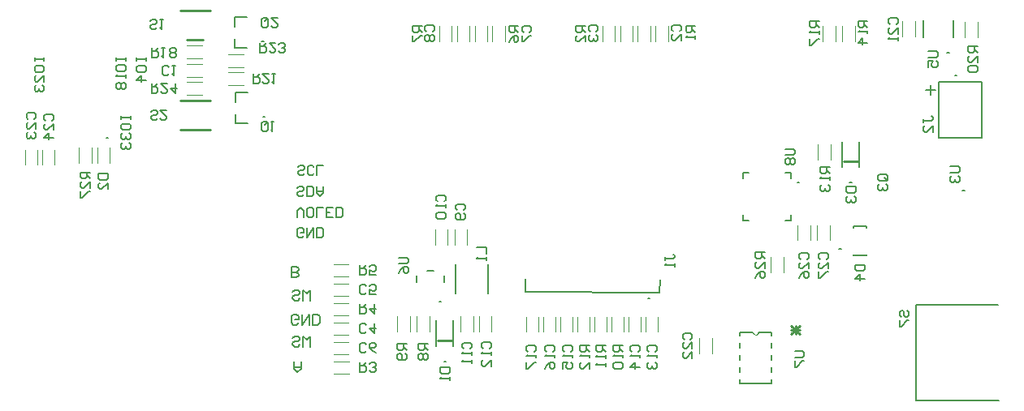
<source format=gbo>
G04*
G04 #@! TF.GenerationSoftware,Altium Limited,Altium Designer,21.9.2 (33)*
G04*
G04 Layer_Color=32896*
%FSLAX25Y25*%
%MOIN*%
G70*
G04*
G04 #@! TF.SameCoordinates,7D1BAC6E-B471-4F52-9471-A17197207182*
G04*
G04*
G04 #@! TF.FilePolarity,Positive*
G04*
G01*
G75*
%ADD10C,0.00787*%
%ADD11C,0.00394*%
%ADD12C,0.00500*%
%ADD13C,0.00591*%
%ADD14C,0.00606*%
%ADD15C,0.01000*%
%ADD91C,0.00472*%
%ADD92C,0.00600*%
D10*
X409449Y129724D02*
X408661D01*
X409449D01*
X326387Y82006D02*
X325844D01*
X326387D01*
X449409Y182874D02*
X448622D01*
X449409D01*
X452559Y173622D02*
X451772D01*
X452559D01*
X455736Y126150D02*
X454949D01*
X455736D01*
X405031Y102236D02*
X404244D01*
X405031D01*
X387992Y129724D02*
X387205D01*
X387992D01*
X104262Y147878D02*
X103475D01*
X104262D01*
X168017Y187637D02*
X167230D01*
X168017D01*
X168517Y156637D02*
X167730D01*
X168517D01*
X240975Y80517D02*
X240188D01*
X240975D01*
X242841Y56088D02*
X242054D01*
X242841D01*
D11*
X455866Y189370D02*
Y195669D01*
X461063Y189370D02*
Y195669D01*
X400827Y138976D02*
Y145276D01*
X395630Y138976D02*
Y145276D01*
X430276Y189764D02*
Y196063D01*
X435472Y189764D02*
Y196063D01*
X254685Y187795D02*
Y194095D01*
X259882Y187795D02*
Y194095D01*
X328898Y187795D02*
Y194095D01*
X334095Y187795D02*
Y194095D01*
X307047Y187795D02*
Y194095D01*
X312244Y187795D02*
Y194095D01*
X319528Y187795D02*
Y194095D01*
X314331Y187795D02*
Y194095D01*
X326811Y187795D02*
Y194095D01*
X321614Y187795D02*
Y194095D01*
X346902Y59350D02*
Y65650D01*
X352098Y59350D02*
Y65650D01*
X245315Y187795D02*
Y194095D01*
X240118Y187795D02*
Y194095D01*
X247402Y187795D02*
Y194095D01*
X252598Y187795D02*
Y194095D01*
X261968Y187795D02*
Y194095D01*
X267165Y187795D02*
Y194095D01*
X82323Y136811D02*
Y143110D01*
X77126Y136811D02*
Y143110D01*
X75236Y136811D02*
Y143110D01*
X70039Y136811D02*
Y143110D01*
X397598Y187795D02*
Y194095D01*
X402795Y187795D02*
Y194095D01*
X410669Y187795D02*
Y194095D01*
X405472Y187795D02*
Y194095D01*
X387239Y105801D02*
Y112100D01*
X392436Y105801D02*
Y112100D01*
X395239Y105801D02*
Y112100D01*
X400436Y105801D02*
Y112100D01*
X381339Y92520D02*
Y98819D01*
X376142Y92520D02*
Y98819D01*
X97480Y137598D02*
Y143898D01*
X92283Y137598D02*
Y143898D01*
X104967Y137729D02*
Y144028D01*
X99770Y137729D02*
Y144028D01*
X153419Y169602D02*
X159718D01*
X153419Y174798D02*
X159718D01*
X153419Y177102D02*
X159718D01*
X153419Y182298D02*
X159718D01*
X136614Y170798D02*
X142913D01*
X136614Y165602D02*
X142913D01*
X136614Y178298D02*
X142913D01*
X136614Y173102D02*
X142913D01*
X136614Y185798D02*
X142913D01*
X136614Y180602D02*
X142913D01*
X243546Y103856D02*
Y110155D01*
X238349Y103856D02*
Y110155D01*
X251546Y103856D02*
Y110155D01*
X246349Y103856D02*
Y110155D01*
X228046Y68356D02*
Y74655D01*
X222849Y68356D02*
Y74655D01*
X230849Y68356D02*
Y74655D01*
X236046Y68356D02*
Y74655D01*
X254046Y68356D02*
Y74655D01*
X248849Y68356D02*
Y74655D01*
X261546Y68356D02*
Y74655D01*
X256349Y68356D02*
Y74655D01*
X196721Y56098D02*
X203020D01*
X196721Y50902D02*
X203020D01*
X196669Y64098D02*
X202969D01*
X196669Y58902D02*
X202969D01*
X196669Y72098D02*
X202969D01*
X196669Y66902D02*
X202969D01*
X196669Y88098D02*
X202969D01*
X196669Y82902D02*
X202969D01*
X196669Y74902D02*
X202969D01*
X196669Y80098D02*
X202969D01*
X196669Y96098D02*
X202969D01*
X196669Y90902D02*
X202969D01*
X275789Y68159D02*
Y74458D01*
X280985Y68159D02*
Y74458D01*
X282789Y68159D02*
Y74458D01*
X287985Y68159D02*
Y74458D01*
X289789Y68159D02*
Y74458D01*
X294985Y68159D02*
Y74458D01*
X301985Y68159D02*
Y74458D01*
X296789Y68159D02*
Y74458D01*
X303789Y68159D02*
Y74458D01*
X308985Y68159D02*
Y74458D01*
X310789Y68159D02*
Y74458D01*
X315985Y68159D02*
Y74458D01*
X317789Y68159D02*
Y74458D01*
X322985Y68159D02*
Y74458D01*
X324789Y68159D02*
Y74458D01*
X329985Y68159D02*
Y74458D01*
D12*
X412598Y135827D02*
Y146457D01*
X405512Y135827D02*
Y146457D01*
X275535Y84513D02*
X330655Y84407D01*
X275535Y84513D02*
X275556Y90006D01*
X330655Y84407D02*
X330675Y89506D01*
X451260Y189252D02*
Y196181D01*
X438898Y189252D02*
Y196181D01*
X445276Y147835D02*
X462992D01*
X445276D02*
Y171063D01*
X462992D01*
Y147835D02*
Y171063D01*
X435802Y39909D02*
X469987D01*
X435802Y79280D02*
X469487D01*
X435802Y39909D02*
Y79280D01*
X410150Y111083D02*
Y111476D01*
X415661Y111083D02*
Y111476D01*
X410150Y99508D02*
Y99902D01*
X415661Y99508D02*
Y99902D01*
X410150Y111476D02*
X415661D01*
X410150Y99508D02*
X415661D01*
X384449Y113976D02*
Y116339D01*
X382087Y113976D02*
X384449D01*
X364764D02*
X367126D01*
X364764D02*
Y116339D01*
Y131299D02*
Y133661D01*
X367126D01*
X382087D02*
X384449D01*
Y131299D02*
Y133661D01*
X156009Y197539D02*
X161128D01*
X156009Y193759D02*
Y197539D01*
Y184861D02*
Y188641D01*
Y184861D02*
X161128D01*
X156509Y166539D02*
X161628D01*
X156509Y162759D02*
Y166539D01*
Y153861D02*
Y157641D01*
Y153861D02*
X161628D01*
X242156Y88706D02*
Y91305D01*
X235128Y93155D02*
X237766D01*
X230739Y88706D02*
Y91305D01*
X246873Y84100D02*
Y95911D01*
X260022Y84100D02*
Y95911D01*
X238904Y62191D02*
Y72821D01*
X245991Y62191D02*
Y72821D01*
D13*
X180461Y55910D02*
Y53023D01*
X181904Y51580D01*
X183347Y53023D01*
Y55910D01*
Y53745D01*
X180461D01*
X182847Y62802D02*
X182125Y62080D01*
X180682D01*
X179961Y62802D01*
Y63523D01*
X180682Y64245D01*
X182125D01*
X182847Y64966D01*
Y65688D01*
X182125Y66410D01*
X180682D01*
X179961Y65688D01*
X184290Y62080D02*
Y66410D01*
X185733Y64966D01*
X187176Y66410D01*
Y62080D01*
X182347Y71802D02*
X181625Y71080D01*
X180182D01*
X179461Y71802D01*
Y74688D01*
X180182Y75409D01*
X181625D01*
X182347Y74688D01*
Y73245D01*
X180904D01*
X183790Y75409D02*
Y71080D01*
X186676Y75409D01*
Y71080D01*
X188119D02*
Y75409D01*
X190284D01*
X191005Y74688D01*
Y71802D01*
X190284Y71080D01*
X188119D01*
X182847Y81801D02*
X182125Y81080D01*
X180682D01*
X179961Y81801D01*
Y82523D01*
X180682Y83245D01*
X182125D01*
X182847Y83966D01*
Y84688D01*
X182125Y85409D01*
X180682D01*
X179961Y84688D01*
X184290Y81080D02*
Y85409D01*
X185733Y83966D01*
X187176Y85409D01*
Y81080D01*
X179461Y90580D02*
Y94909D01*
X181625D01*
X182347Y94188D01*
Y93466D01*
X181625Y92745D01*
X179461D01*
X181625D01*
X182347Y92023D01*
Y91302D01*
X181625Y90580D01*
X179461D01*
D14*
X439976Y167732D02*
X443912D01*
X441944Y169700D02*
Y165764D01*
X407087Y127886D02*
X411023D01*
Y125918D01*
X410367Y125262D01*
X407743D01*
X407087Y125918D01*
Y127886D01*
X407743Y123950D02*
X407087Y123294D01*
Y121983D01*
X407743Y121326D01*
X408399D01*
X409055Y121983D01*
Y122638D01*
Y121983D01*
X409711Y121326D01*
X410367D01*
X411023Y121983D01*
Y123294D01*
X410367Y123950D01*
X438780Y154199D02*
Y155511D01*
Y154855D01*
X442060D01*
X442716Y155511D01*
Y156167D01*
X442060Y156823D01*
X442716Y150264D02*
Y152887D01*
X440092Y150264D01*
X439436D01*
X438780Y150919D01*
Y152231D01*
X439436Y152887D01*
X461220Y185563D02*
X457284D01*
Y183595D01*
X457940Y182939D01*
X459252D01*
X459908Y183595D01*
Y185563D01*
Y184251D02*
X461220Y182939D01*
Y179003D02*
Y181627D01*
X458596Y179003D01*
X457940D01*
X457284Y179659D01*
Y180971D01*
X457940Y181627D01*
Y177691D02*
X457284Y177035D01*
Y175723D01*
X457940Y175067D01*
X460564D01*
X461220Y175723D01*
Y177035D01*
X460564Y177691D01*
X457940D01*
X423359Y130183D02*
X420735D01*
X420079Y130840D01*
Y132151D01*
X420735Y132807D01*
X423359D01*
X424015Y132151D01*
Y130840D01*
X422703Y131495D02*
X424015Y130183D01*
Y130840D02*
X423359Y130183D01*
X420735Y128872D02*
X420079Y128216D01*
Y126904D01*
X420735Y126248D01*
X421391D01*
X422047Y126904D01*
Y127560D01*
Y126904D01*
X422703Y126248D01*
X423359D01*
X424015Y126904D01*
Y128216D01*
X423359Y128872D01*
X124344Y155972D02*
X123688Y155316D01*
X122376D01*
X121720Y155972D01*
Y156628D01*
X122376Y157283D01*
X123688D01*
X124344Y157939D01*
Y158595D01*
X123688Y159251D01*
X122376D01*
X121720Y158595D01*
X128280Y159251D02*
X125656D01*
X128280Y156628D01*
Y155972D01*
X127624Y155316D01*
X126312D01*
X125656Y155972D01*
X124264Y193388D02*
X123608Y192732D01*
X122296D01*
X121640Y193388D01*
Y194044D01*
X122296Y194700D01*
X123608D01*
X124264Y195356D01*
Y196012D01*
X123608Y196668D01*
X122296D01*
X121640Y196012D01*
X125576Y196668D02*
X126888D01*
X126232D01*
Y192732D01*
X125576Y193388D01*
X122016Y170168D02*
Y166232D01*
X123984D01*
X124640Y166888D01*
Y168200D01*
X123984Y168856D01*
X122016D01*
X123328D02*
X124640Y170168D01*
X128576D02*
X125952D01*
X128576Y167544D01*
Y166888D01*
X127920Y166232D01*
X126608D01*
X125952Y166888D01*
X131855Y170168D02*
Y166232D01*
X129888Y168200D01*
X132511D01*
X129264Y174388D02*
X128608Y173732D01*
X127296D01*
X126640Y174388D01*
Y177012D01*
X127296Y177668D01*
X128608D01*
X129264Y177012D01*
X130576Y177668D02*
X131888D01*
X131232D01*
Y173732D01*
X130576Y174388D01*
X122246Y185039D02*
Y181103D01*
X124214D01*
X124870Y181759D01*
Y183071D01*
X124214Y183727D01*
X122246D01*
X123558D02*
X124870Y185039D01*
X126181D02*
X127493D01*
X126837D01*
Y181103D01*
X126181Y181759D01*
X129461D02*
X130117Y181103D01*
X131429D01*
X132085Y181759D01*
Y182415D01*
X131429Y183071D01*
X132085Y183727D01*
Y184383D01*
X131429Y185039D01*
X130117D01*
X129461Y184383D01*
Y183727D01*
X130117Y183071D01*
X129461Y182415D01*
Y181759D01*
X130117Y183071D02*
X131429D01*
X169817Y196588D02*
Y193964D01*
X169160Y193308D01*
X167849D01*
X167193Y193964D01*
Y196588D01*
X167849Y197243D01*
X169160D01*
X168505Y195931D02*
X169817Y197243D01*
X169160D02*
X169817Y196588D01*
X173752Y197243D02*
X171128D01*
X173752Y194620D01*
Y193964D01*
X173096Y193308D01*
X171784D01*
X171128Y193964D01*
X169685Y153871D02*
Y151247D01*
X169029Y150591D01*
X167717D01*
X167061Y151247D01*
Y153871D01*
X167717Y154527D01*
X169029D01*
X168373Y153215D02*
X169685Y154527D01*
X169029D02*
X169685Y153871D01*
X170997Y154527D02*
X172309D01*
X171653D01*
Y150591D01*
X170997Y151247D01*
X163715Y174212D02*
Y170276D01*
X165683D01*
X166339Y170932D01*
Y172244D01*
X165683Y172900D01*
X163715D01*
X165027D02*
X166339Y174212D01*
X170275D02*
X167651D01*
X170275Y171588D01*
Y170932D01*
X169619Y170276D01*
X168307D01*
X167651Y170932D01*
X171587Y174212D02*
X172899D01*
X172243D01*
Y170276D01*
X171587Y170932D01*
X166406Y187007D02*
Y183071D01*
X168374D01*
X169030Y183728D01*
Y185039D01*
X168374Y185695D01*
X166406D01*
X167718D02*
X169030Y187007D01*
X172965D02*
X170342D01*
X172965Y184383D01*
Y183728D01*
X172310Y183071D01*
X170998D01*
X170342Y183728D01*
X174277D02*
X174933Y183071D01*
X176245D01*
X176901Y183728D01*
Y184383D01*
X176245Y185039D01*
X175589D01*
X176245D01*
X176901Y185695D01*
Y186351D01*
X176245Y187007D01*
X174933D01*
X174277Y186351D01*
X440945Y183595D02*
X444225D01*
X444881Y182939D01*
Y181627D01*
X444225Y180971D01*
X440945D01*
Y177035D02*
Y179659D01*
X442913D01*
X442257Y178347D01*
Y177691D01*
X442913Y177035D01*
X444225D01*
X444881Y177691D01*
Y179003D01*
X444225Y179659D01*
X400393Y135825D02*
X396457D01*
Y133857D01*
X397113Y133201D01*
X398425D01*
X399081Y133857D01*
Y135825D01*
Y134513D02*
X400393Y133201D01*
Y131889D02*
Y130578D01*
Y131234D01*
X396457D01*
X397113Y131889D01*
Y128610D02*
X396457Y127954D01*
Y126642D01*
X397113Y125986D01*
X397769D01*
X398425Y126642D01*
Y127298D01*
Y126642D01*
X399081Y125986D01*
X399737D01*
X400393Y126642D01*
Y127954D01*
X399737Y128610D01*
X425263Y194684D02*
X424607Y195340D01*
Y196652D01*
X425263Y197308D01*
X427887D01*
X428543Y196652D01*
Y195340D01*
X427887Y194684D01*
X428543Y190749D02*
Y193372D01*
X425919Y190749D01*
X425263D01*
X424607Y191405D01*
Y192717D01*
X425263Y193372D01*
X428543Y189437D02*
Y188125D01*
Y188781D01*
X424607D01*
X425263Y189437D01*
X429675Y74251D02*
X429019Y74906D01*
Y76218D01*
X429675Y76874D01*
X430331D01*
X430987Y76218D01*
Y74906D01*
X431643Y74251D01*
X432299D01*
X432955Y74906D01*
Y76218D01*
X432299Y76874D01*
X429019Y72939D02*
Y70315D01*
X429675D01*
X432299Y72939D01*
X432955D01*
X113400Y157071D02*
Y155759D01*
Y156415D01*
X109465D01*
Y157071D01*
Y155759D01*
X113400Y151823D02*
Y153135D01*
X112744Y153791D01*
X110120D01*
X109465Y153135D01*
Y151823D01*
X110120Y151167D01*
X112744D01*
X113400Y151823D01*
X112744Y149855D02*
X113400Y149199D01*
Y147888D01*
X112744Y147231D01*
X112088D01*
X111432Y147888D01*
Y148543D01*
Y147888D01*
X110776Y147231D01*
X110120D01*
X109465Y147888D01*
Y149199D01*
X110120Y149855D01*
X112744Y145920D02*
X113400Y145264D01*
Y143952D01*
X112744Y143296D01*
X112088D01*
X111432Y143952D01*
Y144608D01*
Y143952D01*
X110776Y143296D01*
X110120D01*
X109465Y143952D01*
Y145264D01*
X110120Y145920D01*
X115734Y180890D02*
Y179578D01*
Y180234D01*
X119669D01*
Y180890D01*
Y179578D01*
X115734Y175642D02*
Y176954D01*
X116390Y177610D01*
X119013D01*
X119669Y176954D01*
Y175642D01*
X119013Y174986D01*
X116390D01*
X115734Y175642D01*
X119669Y171706D02*
X115734D01*
X117701Y173674D01*
Y171050D01*
X107466Y181087D02*
Y179775D01*
Y180431D01*
X111401D01*
Y181087D01*
Y179775D01*
X107466Y175839D02*
Y177151D01*
X108122Y177807D01*
X110746D01*
X111401Y177151D01*
Y175839D01*
X110746Y175183D01*
X108122D01*
X107466Y175839D01*
X111401Y173871D02*
Y172559D01*
Y173215D01*
X107466D01*
X108122Y173871D01*
Y170591D02*
X107466Y169935D01*
Y168623D01*
X108122Y167967D01*
X108778D01*
X109434Y168623D01*
X110090Y167967D01*
X110746D01*
X111401Y168623D01*
Y169935D01*
X110746Y170591D01*
X110090D01*
X109434Y169935D01*
X108778Y170591D01*
X108122D01*
X109434Y169935D02*
Y168623D01*
X74001Y180890D02*
Y179578D01*
Y180234D01*
X77937D01*
Y180890D01*
Y179578D01*
X74001Y175642D02*
Y176954D01*
X74657Y177610D01*
X77281D01*
X77937Y176954D01*
Y175642D01*
X77281Y174986D01*
X74657D01*
X74001Y175642D01*
X77937Y171050D02*
Y173674D01*
X75313Y171050D01*
X74657D01*
X74001Y171706D01*
Y173018D01*
X74657Y173674D01*
Y169738D02*
X74001Y169082D01*
Y167771D01*
X74657Y167115D01*
X75313D01*
X75969Y167771D01*
Y168427D01*
Y167771D01*
X76625Y167115D01*
X77281D01*
X77937Y167771D01*
Y169082D01*
X77281Y169738D01*
X184726Y133319D02*
X184070Y132663D01*
X182758D01*
X182102Y133319D01*
Y133975D01*
X182758Y134631D01*
X184070D01*
X184726Y135286D01*
Y135942D01*
X184070Y136598D01*
X182758D01*
X182102Y135942D01*
X188662Y133319D02*
X188006Y132663D01*
X186694D01*
X186038Y133319D01*
Y135942D01*
X186694Y136598D01*
X188006D01*
X188662Y135942D01*
X189974Y132663D02*
Y136598D01*
X192598D01*
X184600Y124614D02*
X183944Y123958D01*
X182632D01*
X181976Y124614D01*
Y125270D01*
X182632Y125926D01*
X183944D01*
X184600Y126582D01*
Y127238D01*
X183944Y127894D01*
X182632D01*
X181976Y127238D01*
X185912Y123958D02*
Y127894D01*
X187880D01*
X188536Y127238D01*
Y124614D01*
X187880Y123958D01*
X185912D01*
X189848Y127894D02*
Y125270D01*
X191160Y123958D01*
X192472Y125270D01*
Y127894D01*
Y125926D01*
X189848D01*
X181976Y115458D02*
Y118082D01*
X183288Y119394D01*
X184600Y118082D01*
Y115458D01*
X187880D02*
X186568D01*
X185912Y116114D01*
Y118738D01*
X186568Y119394D01*
X187880D01*
X188536Y118738D01*
Y116114D01*
X187880Y115458D01*
X189848D02*
Y119394D01*
X192472D01*
X196407Y115458D02*
X193784D01*
Y119394D01*
X196407D01*
X193784Y117426D02*
X195096D01*
X197719Y115458D02*
Y119394D01*
X199687D01*
X200343Y118738D01*
Y116114D01*
X199687Y115458D01*
X197719D01*
X184600Y107614D02*
X183944Y106958D01*
X182632D01*
X181976Y107614D01*
Y110238D01*
X182632Y110894D01*
X183944D01*
X184600Y110238D01*
Y108926D01*
X183288D01*
X185912Y110894D02*
Y106958D01*
X188536Y110894D01*
Y106958D01*
X189848D02*
Y110894D01*
X191816D01*
X192472Y110238D01*
Y107614D01*
X191816Y106958D01*
X189848D01*
X386032Y60280D02*
X389312D01*
X389968Y59624D01*
Y58312D01*
X389312Y57656D01*
X386032D01*
Y56344D02*
Y53720D01*
X386688D01*
X389312Y56344D01*
X389968D01*
X340688Y65124D02*
X340032Y65780D01*
Y67092D01*
X340688Y67748D01*
X343312D01*
X343968Y67092D01*
Y65780D01*
X343312Y65124D01*
X343968Y61188D02*
Y63812D01*
X341344Y61188D01*
X340688D01*
X340032Y61844D01*
Y63156D01*
X340688Y63812D01*
X343968Y57252D02*
Y59876D01*
X341344Y57252D01*
X340688D01*
X340032Y57908D01*
Y59220D01*
X340688Y59876D01*
X223480Y98785D02*
X226759D01*
X227415Y98129D01*
Y96817D01*
X226759Y96162D01*
X223480D01*
Y92226D02*
X224135Y93538D01*
X225447Y94850D01*
X226759D01*
X227415Y94194D01*
Y92882D01*
X226759Y92226D01*
X226103D01*
X225447Y92882D01*
Y94850D01*
X382087Y143437D02*
X385367D01*
X386023Y142781D01*
Y141469D01*
X385367Y140813D01*
X382087D01*
X382743Y139502D02*
X382087Y138846D01*
Y137534D01*
X382743Y136878D01*
X383399D01*
X384055Y137534D01*
X384711Y136878D01*
X385367D01*
X386023Y137534D01*
Y138846D01*
X385367Y139502D01*
X384711D01*
X384055Y138846D01*
X383399Y139502D01*
X382743D01*
X384055Y138846D02*
Y137534D01*
X449902Y136311D02*
X453182D01*
X453838Y135655D01*
Y134343D01*
X453182Y133687D01*
X449902D01*
X450558Y132376D02*
X449902Y131720D01*
Y130408D01*
X450558Y129752D01*
X451214D01*
X451870Y130408D01*
Y131064D01*
Y130408D01*
X452526Y129752D01*
X453182D01*
X453838Y130408D01*
Y131720D01*
X453182Y132376D01*
X96850Y133791D02*
X92914D01*
Y131823D01*
X93570Y131167D01*
X94882D01*
X95538Y131823D01*
Y133791D01*
Y132479D02*
X96850Y131167D01*
Y127231D02*
Y129855D01*
X94226Y127231D01*
X93570D01*
X92914Y127887D01*
Y129199D01*
X93570Y129855D01*
X92914Y125919D02*
Y123296D01*
X93570D01*
X96194Y125919D01*
X96850D01*
X373838Y100917D02*
X369902D01*
Y98949D01*
X370558Y98293D01*
X371870D01*
X372526Y98949D01*
Y100917D01*
Y99605D02*
X373838Y98293D01*
Y94357D02*
Y96981D01*
X371214Y94357D01*
X370558D01*
X369902Y95013D01*
Y96325D01*
X370558Y96981D01*
X369902Y90422D02*
X370558Y91733D01*
X371870Y93046D01*
X373182D01*
X373838Y92390D01*
Y91078D01*
X373182Y90422D01*
X372526D01*
X371870Y91078D01*
Y93046D01*
X396259Y195865D02*
X392323D01*
Y193897D01*
X392979Y193241D01*
X394291D01*
X394947Y193897D01*
Y195865D01*
Y194553D02*
X396259Y193241D01*
Y191929D02*
Y190617D01*
Y191273D01*
X392323D01*
X392979Y191929D01*
X392323Y188649D02*
Y186025D01*
X392979D01*
X395603Y188649D01*
X396259D01*
X415944Y196061D02*
X412008D01*
Y194094D01*
X412665Y193438D01*
X413976D01*
X414632Y194094D01*
Y196061D01*
Y194749D02*
X415944Y193438D01*
Y192126D02*
Y190814D01*
Y191470D01*
X412008D01*
X412665Y192126D01*
X415944Y186878D02*
X412008D01*
X413976Y188846D01*
Y186222D01*
X301855Y62728D02*
X297919D01*
Y60760D01*
X298575Y60105D01*
X299887D01*
X300543Y60760D01*
Y62728D01*
Y61417D02*
X301855Y60105D01*
Y58793D02*
Y57481D01*
Y58137D01*
X297919D01*
X298575Y58793D01*
X301855Y52889D02*
Y55513D01*
X299231Y52889D01*
X298575D01*
X297919Y53545D01*
Y54857D01*
X298575Y55513D01*
X308355Y62572D02*
X304419D01*
Y60605D01*
X305075Y59949D01*
X306387D01*
X307043Y60605D01*
Y62572D01*
Y61260D02*
X308355Y59949D01*
Y58637D02*
Y57325D01*
Y57981D01*
X304419D01*
X305075Y58637D01*
X308355Y55357D02*
Y54045D01*
Y54701D01*
X304419D01*
X305075Y55357D01*
X315355Y62728D02*
X311419D01*
Y60760D01*
X312075Y60105D01*
X313387D01*
X314043Y60760D01*
Y62728D01*
Y61417D02*
X315355Y60105D01*
Y58793D02*
Y57481D01*
Y58137D01*
X311419D01*
X312075Y58793D01*
Y55513D02*
X311419Y54857D01*
Y53545D01*
X312075Y52889D01*
X314699D01*
X315355Y53545D01*
Y54857D01*
X314699Y55513D01*
X312075D01*
X226915Y63285D02*
X222979D01*
Y61317D01*
X223636Y60662D01*
X224947D01*
X225603Y61317D01*
Y63285D01*
Y61973D02*
X226915Y60662D01*
X226259Y59350D02*
X226915Y58694D01*
Y57382D01*
X226259Y56726D01*
X223636D01*
X222979Y57382D01*
Y58694D01*
X223636Y59350D01*
X224291D01*
X224947Y58694D01*
Y56726D01*
X235415Y63285D02*
X231480D01*
Y61317D01*
X232136Y60662D01*
X233447D01*
X234103Y61317D01*
Y63285D01*
Y61973D02*
X235415Y60662D01*
X232136Y59350D02*
X231480Y58694D01*
Y57382D01*
X232136Y56726D01*
X232791D01*
X233447Y57382D01*
X234103Y56726D01*
X234759D01*
X235415Y57382D01*
Y58694D01*
X234759Y59350D01*
X234103D01*
X233447Y58694D01*
X232791Y59350D01*
X232136D01*
X233447Y58694D02*
Y57382D01*
X233070Y194028D02*
X229134D01*
Y192060D01*
X229790Y191404D01*
X231102D01*
X231758Y192060D01*
Y194028D01*
Y192716D02*
X233070Y191404D01*
X229134Y190092D02*
Y187468D01*
X229790D01*
X232414Y190092D01*
X233070D01*
X272637Y193831D02*
X268701D01*
Y191863D01*
X269357Y191207D01*
X270669D01*
X271325Y191863D01*
Y193831D01*
Y192519D02*
X272637Y191207D01*
X268701Y187271D02*
X269357Y188583D01*
X270669Y189895D01*
X271981D01*
X272637Y189239D01*
Y187927D01*
X271981Y187271D01*
X271325D01*
X270669Y187927D01*
Y189895D01*
X207590Y95468D02*
Y91532D01*
X209558D01*
X210214Y92188D01*
Y93500D01*
X209558Y94156D01*
X207590D01*
X208902D02*
X210214Y95468D01*
X214150Y91532D02*
X211526D01*
Y93500D01*
X212838Y92844D01*
X213494D01*
X214150Y93500D01*
Y94812D01*
X213494Y95468D01*
X212182D01*
X211526Y94812D01*
X207590Y79468D02*
Y75532D01*
X209558D01*
X210214Y76188D01*
Y77500D01*
X209558Y78156D01*
X207590D01*
X208902D02*
X210214Y79468D01*
X213494D02*
Y75532D01*
X211526Y77500D01*
X214150D01*
X207590Y55468D02*
Y51532D01*
X209558D01*
X210214Y52188D01*
Y53500D01*
X209558Y54156D01*
X207590D01*
X208902D02*
X210214Y55468D01*
X211526Y52188D02*
X212182Y51532D01*
X213494D01*
X214150Y52188D01*
Y52844D01*
X213494Y53500D01*
X212838D01*
X213494D01*
X214150Y54156D01*
Y54812D01*
X213494Y55468D01*
X212182D01*
X211526Y54812D01*
X299999Y194028D02*
X296064D01*
Y192060D01*
X296720Y191404D01*
X298031D01*
X298687Y192060D01*
Y194028D01*
Y192716D02*
X299999Y191404D01*
Y187468D02*
Y190092D01*
X297375Y187468D01*
X296720D01*
X296064Y188124D01*
Y189436D01*
X296720Y190092D01*
X345275Y193962D02*
X341339D01*
Y191995D01*
X341995Y191339D01*
X343307D01*
X343963Y191995D01*
Y193962D01*
Y192650D02*
X345275Y191339D01*
Y190027D02*
Y188715D01*
Y189371D01*
X341339D01*
X341995Y190027D01*
X255512Y103017D02*
X259448D01*
Y100394D01*
Y99082D02*
Y97770D01*
Y98426D01*
X255512D01*
X256168Y99082D01*
X332775Y97500D02*
Y98812D01*
Y98156D01*
X336055D01*
X336711Y98812D01*
Y99468D01*
X336055Y100124D01*
X336711Y96188D02*
Y94876D01*
Y95532D01*
X332775D01*
X333431Y96188D01*
X410902Y95780D02*
X414838D01*
Y93812D01*
X414182Y93156D01*
X411558D01*
X410902Y93812D01*
Y95780D01*
X414838Y89876D02*
X410902D01*
X412870Y91844D01*
Y89220D01*
X100198Y133398D02*
X104133D01*
Y131430D01*
X103477Y130774D01*
X100853D01*
X100198Y131430D01*
Y133398D01*
X104133Y126838D02*
Y129462D01*
X101509Y126838D01*
X100853D01*
X100198Y127494D01*
Y128806D01*
X100853Y129462D01*
X240479Y53629D02*
X244415D01*
Y51661D01*
X243759Y51006D01*
X241136D01*
X240479Y51661D01*
Y53629D01*
X244415Y49694D02*
Y48382D01*
Y49038D01*
X240479D01*
X241136Y49694D01*
X396526Y98074D02*
X395870Y98730D01*
Y100042D01*
X396526Y100698D01*
X399150D01*
X399806Y100042D01*
Y98730D01*
X399150Y98074D01*
X399806Y94138D02*
Y96762D01*
X397182Y94138D01*
X396526D01*
X395870Y94794D01*
Y96106D01*
X396526Y96762D01*
X395870Y92827D02*
Y90203D01*
X396526D01*
X399150Y92827D01*
X399806D01*
X388526Y98074D02*
X387870Y98730D01*
Y100042D01*
X388526Y100698D01*
X391150D01*
X391806Y100042D01*
Y98730D01*
X391150Y98074D01*
X391806Y94138D02*
Y96762D01*
X389182Y94138D01*
X388526D01*
X387870Y94794D01*
Y96106D01*
X388526Y96762D01*
X387870Y90203D02*
X388526Y91515D01*
X389838Y92827D01*
X391150D01*
X391806Y92171D01*
Y90859D01*
X391150Y90203D01*
X390494D01*
X389838Y90859D01*
Y92827D01*
X78412Y155085D02*
X77757Y155740D01*
Y157052D01*
X78412Y157708D01*
X81036D01*
X81692Y157052D01*
Y155740D01*
X81036Y155085D01*
X81692Y151149D02*
Y153772D01*
X79068Y151149D01*
X78412D01*
X77757Y151805D01*
Y153117D01*
X78412Y153772D01*
X81692Y147869D02*
X77757D01*
X79724Y149837D01*
Y147213D01*
X71326Y155584D02*
X70670Y156240D01*
Y157552D01*
X71326Y158208D01*
X73950D01*
X74606Y157552D01*
Y156240D01*
X73950Y155584D01*
X74606Y151649D02*
Y154272D01*
X71982Y151649D01*
X71326D01*
X70670Y152305D01*
Y153617D01*
X71326Y154272D01*
Y150337D02*
X70670Y149681D01*
Y148369D01*
X71326Y147713D01*
X71982D01*
X72638Y148369D01*
Y149025D01*
Y148369D01*
X73294Y147713D01*
X73950D01*
X74606Y148369D01*
Y149681D01*
X73950Y150337D01*
X276575Y60105D02*
X275919Y60760D01*
Y62072D01*
X276575Y62728D01*
X279199D01*
X279855Y62072D01*
Y60760D01*
X279199Y60105D01*
X279855Y58793D02*
Y57481D01*
Y58137D01*
X275919D01*
X276575Y58793D01*
X275919Y55513D02*
Y52889D01*
X276575D01*
X279199Y55513D01*
X279855D01*
X284075Y60105D02*
X283419Y60760D01*
Y62072D01*
X284075Y62728D01*
X286699D01*
X287355Y62072D01*
Y60760D01*
X286699Y60105D01*
X287355Y58793D02*
Y57481D01*
Y58137D01*
X283419D01*
X284075Y58793D01*
X283419Y52889D02*
X284075Y54201D01*
X285387Y55513D01*
X286699D01*
X287355Y54857D01*
Y53545D01*
X286699Y52889D01*
X286043D01*
X285387Y53545D01*
Y55513D01*
X291575Y60105D02*
X290919Y60760D01*
Y62072D01*
X291575Y62728D01*
X294199D01*
X294855Y62072D01*
Y60760D01*
X294199Y60105D01*
X294855Y58793D02*
Y57481D01*
Y58137D01*
X290919D01*
X291575Y58793D01*
X290919Y52889D02*
Y55513D01*
X292887D01*
X292231Y54201D01*
Y53545D01*
X292887Y52889D01*
X294199D01*
X294855Y53545D01*
Y54857D01*
X294199Y55513D01*
X319075Y60105D02*
X318419Y60760D01*
Y62072D01*
X319075Y62728D01*
X321699D01*
X322355Y62072D01*
Y60760D01*
X321699Y60105D01*
X322355Y58793D02*
Y57481D01*
Y58137D01*
X318419D01*
X319075Y58793D01*
X322355Y53545D02*
X318419D01*
X320387Y55513D01*
Y52889D01*
X326075Y60105D02*
X325419Y60760D01*
Y62072D01*
X326075Y62728D01*
X328699D01*
X329355Y62072D01*
Y60760D01*
X328699Y60105D01*
X329355Y58793D02*
Y57481D01*
Y58137D01*
X325419D01*
X326075Y58793D01*
Y55513D02*
X325419Y54857D01*
Y53545D01*
X326075Y52889D01*
X326731D01*
X327387Y53545D01*
Y54201D01*
Y53545D01*
X328043Y52889D01*
X328699D01*
X329355Y53545D01*
Y54857D01*
X328699Y55513D01*
X258135Y61301D02*
X257480Y61957D01*
Y63269D01*
X258135Y63925D01*
X260759D01*
X261415Y63269D01*
Y61957D01*
X260759Y61301D01*
X261415Y59990D02*
Y58678D01*
Y59334D01*
X257480D01*
X258135Y59990D01*
X261415Y54086D02*
Y56710D01*
X258791Y54086D01*
X258135D01*
X257480Y54742D01*
Y56054D01*
X258135Y56710D01*
X250135Y61146D02*
X249480Y61801D01*
Y63113D01*
X250135Y63769D01*
X252759D01*
X253415Y63113D01*
Y61801D01*
X252759Y61146D01*
X253415Y59834D02*
Y58522D01*
Y59178D01*
X249480D01*
X250135Y59834D01*
X253415Y56554D02*
Y55242D01*
Y55898D01*
X249480D01*
X250135Y56554D01*
X239635Y121801D02*
X238980Y122457D01*
Y123769D01*
X239635Y124425D01*
X242259D01*
X242915Y123769D01*
Y122457D01*
X242259Y121801D01*
X242915Y120490D02*
Y119178D01*
Y119834D01*
X238980D01*
X239635Y120490D01*
Y117210D02*
X238980Y116554D01*
Y115242D01*
X239635Y114586D01*
X242259D01*
X242915Y115242D01*
Y116554D01*
X242259Y117210D01*
X239635D01*
X247636Y118161D02*
X246979Y118817D01*
Y120129D01*
X247636Y120785D01*
X250259D01*
X250915Y120129D01*
Y118817D01*
X250259Y118161D01*
Y116850D02*
X250915Y116194D01*
Y114882D01*
X250259Y114226D01*
X247636D01*
X246979Y114882D01*
Y116194D01*
X247636Y116850D01*
X248291D01*
X248947Y116194D01*
Y114226D01*
X234909Y191601D02*
X234253Y192257D01*
Y193569D01*
X234909Y194225D01*
X237532D01*
X238188Y193569D01*
Y192257D01*
X237532Y191601D01*
X234909Y190289D02*
X234253Y189633D01*
Y188321D01*
X234909Y187665D01*
X235564D01*
X236221Y188321D01*
X236876Y187665D01*
X237532D01*
X238188Y188321D01*
Y189633D01*
X237532Y190289D01*
X236876D01*
X236221Y189633D01*
X235564Y190289D01*
X234909D01*
X236221Y189633D02*
Y188321D01*
X274672Y191404D02*
X274016Y192060D01*
Y193372D01*
X274672Y194028D01*
X277296D01*
X277952Y193372D01*
Y192060D01*
X277296Y191404D01*
X274016Y190092D02*
Y187468D01*
X274672D01*
X277296Y190092D01*
X277952D01*
X210214Y60188D02*
X209558Y59532D01*
X208246D01*
X207590Y60188D01*
Y62812D01*
X208246Y63468D01*
X209558D01*
X210214Y62812D01*
X214150Y59532D02*
X212838Y60188D01*
X211526Y61500D01*
Y62812D01*
X212182Y63468D01*
X213494D01*
X214150Y62812D01*
Y62156D01*
X213494Y61500D01*
X211526D01*
X210214Y84188D02*
X209558Y83532D01*
X208246D01*
X207590Y84188D01*
Y86812D01*
X208246Y87468D01*
X209558D01*
X210214Y86812D01*
X214150Y83532D02*
X211526D01*
Y85500D01*
X212838Y84844D01*
X213494D01*
X214150Y85500D01*
Y86812D01*
X213494Y87468D01*
X212182D01*
X211526Y86812D01*
X210214Y68188D02*
X209558Y67532D01*
X208246D01*
X207590Y68188D01*
Y70812D01*
X208246Y71468D01*
X209558D01*
X210214Y70812D01*
X213494Y71468D02*
Y67532D01*
X211526Y69500D01*
X214150D01*
X302034Y191601D02*
X301379Y192257D01*
Y193569D01*
X302034Y194225D01*
X304658D01*
X305314Y193569D01*
Y192257D01*
X304658Y191601D01*
X302034Y190289D02*
X301379Y189633D01*
Y188321D01*
X302034Y187665D01*
X302691D01*
X303346Y188321D01*
Y188977D01*
Y188321D01*
X304002Y187665D01*
X304658D01*
X305314Y188321D01*
Y189633D01*
X304658Y190289D01*
X336286Y191798D02*
X335630Y192454D01*
Y193766D01*
X336286Y194422D01*
X338910D01*
X339566Y193766D01*
Y192454D01*
X338910Y191798D01*
X339566Y187862D02*
Y190486D01*
X336943Y187862D01*
X336286D01*
X335630Y188518D01*
Y189830D01*
X336286Y190486D01*
D15*
X406055Y138142D02*
X412055D01*
X133764Y200200D02*
X146264D01*
X136417Y188189D02*
X143110D01*
X133764Y163200D02*
X146264D01*
X133764Y151200D02*
X146264D01*
X239447Y64506D02*
X245447D01*
X388000Y70672D02*
X384662Y67335D01*
X388000D02*
X384662Y70672D01*
X388000Y69003D02*
X384662D01*
X386331Y67335D02*
Y70672D01*
D91*
X368800Y68000D02*
X369151Y67151D01*
X370000Y66800D01*
X370848Y67151D01*
X371200Y68000D01*
D92*
X363569Y66500D02*
Y68000D01*
Y61500D02*
Y63500D01*
Y56500D02*
Y58500D01*
Y51500D02*
Y53500D01*
X376431Y47000D02*
Y48500D01*
Y51500D02*
Y53500D01*
Y56500D02*
Y58500D01*
X363569Y47000D02*
X376431D01*
X363569D02*
Y48500D01*
Y68000D02*
X368800D01*
X371200D02*
X376431D01*
Y66500D02*
Y68000D01*
Y61500D02*
Y63500D01*
M02*

</source>
